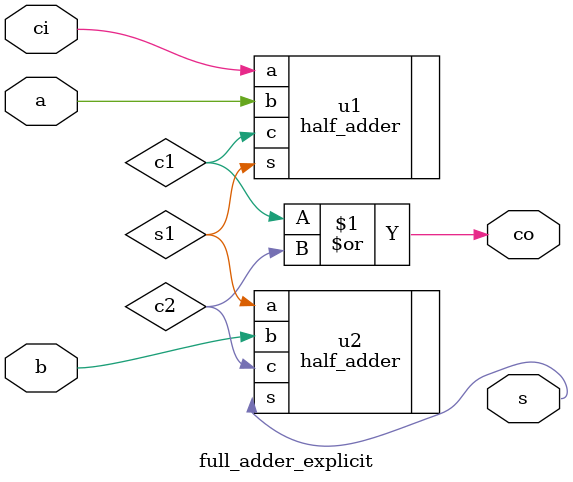
<source format=v>
`timescale 1ns / 1ps


module full_adder_explicit(ci, a, b, co, s);
    input ci, a, b;
    output co, s;
    
    wire ci, a, b, co, s;
    wire s1, c1, s2;
    
    half_adder u1(.a(ci), .b(a), .c(c1), .s(s1));
    half_adder u2(.a(s1), .b(b), .c(c2), .s(s));
    or(co, c1, c2);
endmodule

</source>
